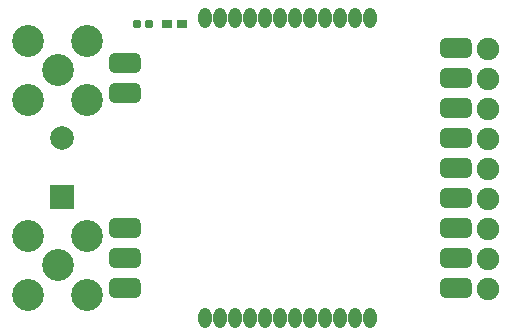
<source format=gts>
G04*
G04 #@! TF.GenerationSoftware,Altium Limited,Altium Designer,21.2.0 (30)*
G04*
G04 Layer_Color=8388736*
%FSLAX24Y24*%
%MOIN*%
G70*
G04*
G04 #@! TF.SameCoordinates,6A3BDC20-E317-4547-97BB-DAA7722936CF*
G04*
G04*
G04 #@! TF.FilePolarity,Negative*
G04*
G01*
G75*
%ADD16R,0.0340X0.0280*%
G04:AMPARAMS|DCode=17|XSize=28mil|YSize=28mil|CornerRadius=9mil|HoleSize=0mil|Usage=FLASHONLY|Rotation=270.000|XOffset=0mil|YOffset=0mil|HoleType=Round|Shape=RoundedRectangle|*
%AMROUNDEDRECTD17*
21,1,0.0280,0.0100,0,0,270.0*
21,1,0.0100,0.0280,0,0,270.0*
1,1,0.0180,-0.0050,-0.0050*
1,1,0.0180,-0.0050,0.0050*
1,1,0.0180,0.0050,0.0050*
1,1,0.0180,0.0050,-0.0050*
%
%ADD17ROUNDEDRECTD17*%
G04:AMPARAMS|DCode=18|XSize=106.4mil|YSize=67.1mil|CornerRadius=18.8mil|HoleSize=0mil|Usage=FLASHONLY|Rotation=0.000|XOffset=0mil|YOffset=0mil|HoleType=Round|Shape=RoundedRectangle|*
%AMROUNDEDRECTD18*
21,1,0.1064,0.0295,0,0,0.0*
21,1,0.0689,0.0671,0,0,0.0*
1,1,0.0375,0.0344,-0.0148*
1,1,0.0375,-0.0344,-0.0148*
1,1,0.0375,-0.0344,0.0148*
1,1,0.0375,0.0344,0.0148*
%
%ADD18ROUNDEDRECTD18*%
%ADD19O,0.0434X0.0671*%
%ADD20C,0.1064*%
%ADD21R,0.0789X0.0789*%
%ADD22C,0.0789*%
%ADD23C,0.0749*%
D16*
X5840Y4800D02*
D03*
X5360D02*
D03*
D17*
X4350D02*
D03*
X4750D02*
D03*
D18*
X3940Y-1996D02*
D03*
Y-2996D02*
D03*
Y-4000D02*
D03*
X14964D02*
D03*
Y-3000D02*
D03*
Y-2000D02*
D03*
Y-1000D02*
D03*
Y0D02*
D03*
Y1000D02*
D03*
Y2000D02*
D03*
Y3000D02*
D03*
Y4000D02*
D03*
X3940Y3500D02*
D03*
Y2500D02*
D03*
D19*
X12102Y5000D02*
D03*
X11602D02*
D03*
X11102D02*
D03*
X10602D02*
D03*
X10102D02*
D03*
X9602D02*
D03*
X9102D02*
D03*
X8602D02*
D03*
X8102D02*
D03*
X7602D02*
D03*
X7102D02*
D03*
X6602D02*
D03*
X12102Y-5000D02*
D03*
X11602D02*
D03*
X11102D02*
D03*
X10602D02*
D03*
X10102D02*
D03*
X9602D02*
D03*
X9102D02*
D03*
X8602D02*
D03*
X8102D02*
D03*
X7602D02*
D03*
X7102D02*
D03*
X6602D02*
D03*
D20*
X718Y-2264D02*
D03*
X2686D02*
D03*
Y-4232D02*
D03*
X718D02*
D03*
X1702Y-3248D02*
D03*
Y3248D02*
D03*
X718Y2264D02*
D03*
X2686D02*
D03*
Y4232D02*
D03*
X718D02*
D03*
D21*
X1850Y-984D02*
D03*
D22*
Y984D02*
D03*
D23*
X16052Y3950D02*
D03*
Y2950D02*
D03*
Y1950D02*
D03*
Y-4050D02*
D03*
Y-3050D02*
D03*
Y-2050D02*
D03*
Y-1050D02*
D03*
Y-50D02*
D03*
Y950D02*
D03*
M02*

</source>
